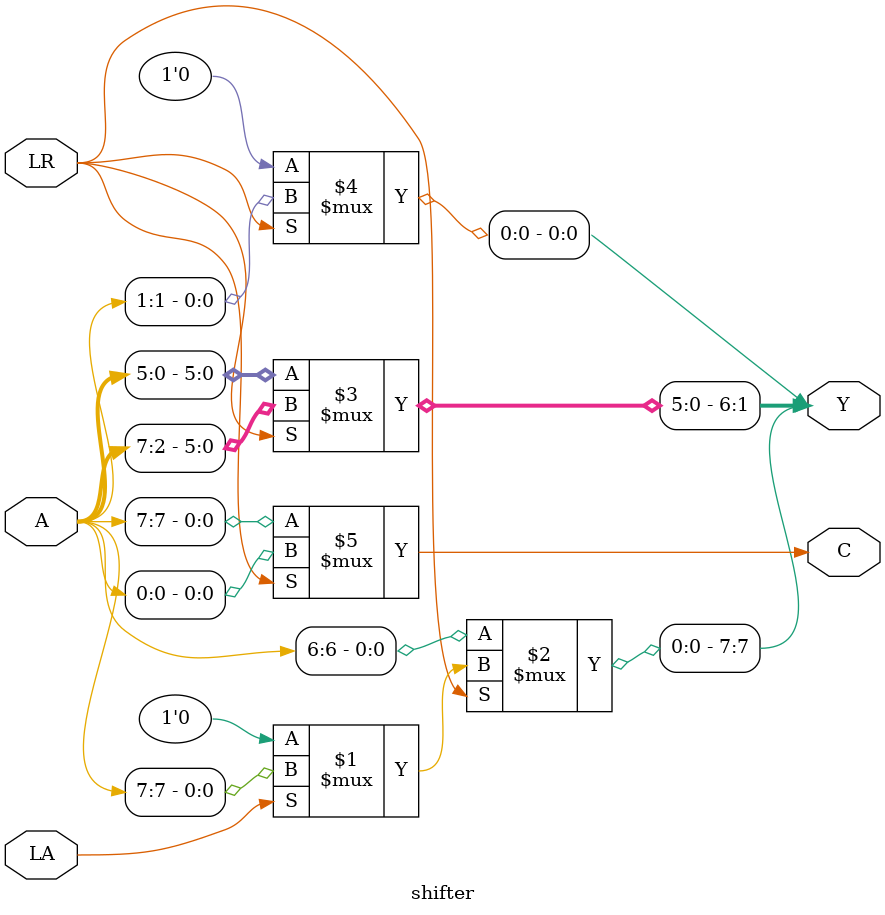
<source format=v>
module shifter(A, LA, LR, Y, C); // add all inputs and outputs inside parentheses

  // inputs
  input  [7:0]  A;
  input         LA;
  input         LR;
  
  // outputs
  output [7:0]  Y;
  output        C;
  
  
  // reg and internal variable definitions
  
  
  // implement module here
  assign Y[7] = LR ? (LA ? A[7] : 1'b0) : A[6];
  assign Y[6:1] = LR ? A[7:2] : A[5:0];
  assign Y[0] = LR ? A[1] : 1'b0;
  
  assign C = LR ? A[0] : A[7];
  
endmodule
</source>
